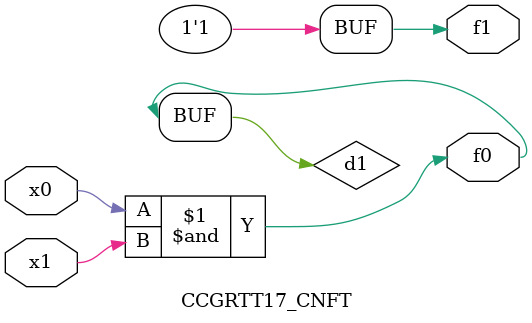
<source format=v>
module CCGRTT17_CNFT(
	input x0, x1,
	output f0, f1
);

	wire d1;

	assign f0 = d1;
	and (d1, x0, x1);
	assign f1 = 1'b1;
endmodule

</source>
